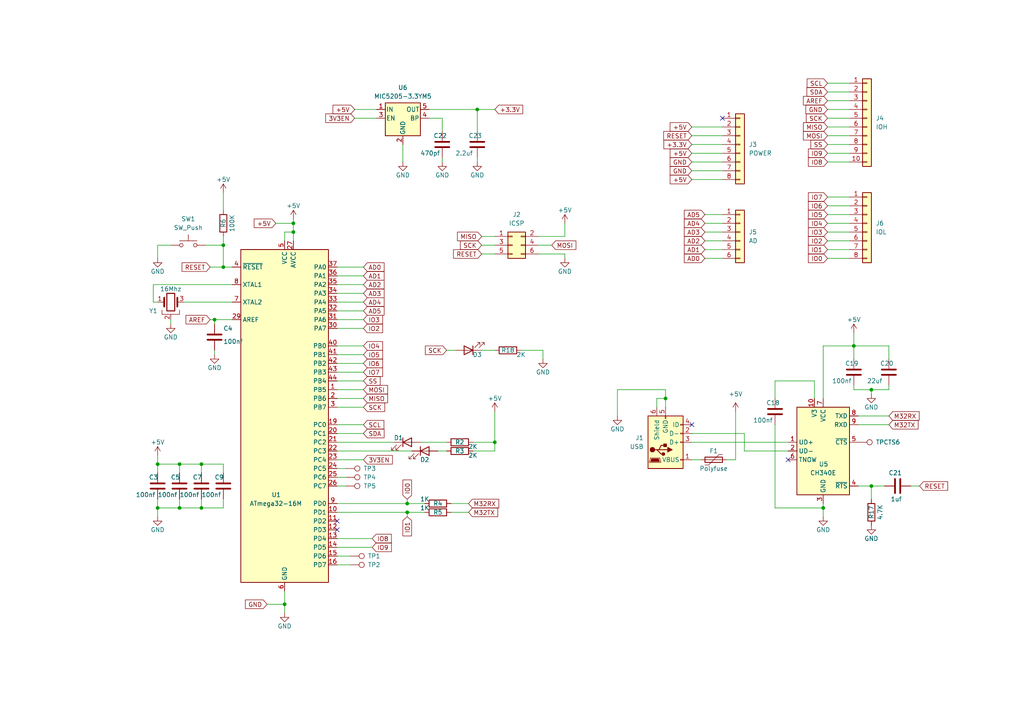
<source format=kicad_sch>
(kicad_sch (version 20230121) (generator eeschema)
  (paper "A4")
  (lib_symbols
    (symbol "+5V_1" (power) (pin_names (offset 0))
      (property "Value" "+5V_1" (at 0 3.556 0))
      (symbol "+5V_1_0_1"
        (polyline (pts (xy -0.762 1.27) (xy 0 2.54)))
        (polyline (pts (xy 0 0) (xy 0 2.54)))
        (polyline (pts (xy 0 2.54) (xy 0.762 1.27)))
      )
      (symbol "+5V_1_1_1"
        (pin power_in line (at 0 0 90) (length 0) hide (name "+5V") (number "1"))
      )
    )
    (symbol "Connector:TestPoint" (pin_numbers hide) (pin_names (offset 0.762) hide)
      (property "Reference" "TP" (at 0 6.858 0))
      (property "Value" "TestPoint" (at 0 5.08 0))
      (symbol "TestPoint_0_1"
        (circle (center 0 3.302) (radius 0.762))
      )
      (symbol "TestPoint_1_1"
        (pin passive line (at 0 0 90) (length 2.54) (name "1") (number "1"))
      )
    )
    (symbol "Connector:USB_B_Micro" (pin_names (offset 1.016))
      (property "Reference" "J" (at -5.08 11.43 0))
      (property "Value" "USB_B_Micro" (at -5.08 8.89 0))
      (symbol "USB_B_Micro_0_1"
        (rectangle (start -5.08 -7.62) (end 5.08 7.62) (stroke (width 0.254)) (fill (type background)))
        (circle (center -3.81 2.159) (radius 0.635) (stroke (width 0.254)) (fill (type outline)))
        (circle (center -0.635 3.429) (radius 0.381) (stroke (width 0.254)) (fill (type outline)))
        (rectangle (start -0.127 -7.62) (end 0.127 -6.858))
        (polyline (pts (xy -1.905 2.159) (xy 0.635 2.159)) (stroke (width 0.254)))
        (polyline (pts (xy -3.175 2.159) (xy -2.54 2.159) (xy -1.27 3.429) (xy -0.635 3.429)) (stroke (width 0.254)))
        (polyline (pts (xy -2.54 2.159) (xy -1.905 2.159) (xy -1.27 0.889) (xy 0 0.889)) (stroke (width 0.254)))
        (polyline (pts (xy 0.635 2.794) (xy 0.635 1.524) (xy 1.905 2.159) (xy 0.635 2.794)) (stroke (width 0.254)) (fill (type outline)))
        (polyline (pts (xy -4.318 5.588) (xy -1.778 5.588) (xy -2.032 4.826) (xy -4.064 4.826) (xy -4.318 5.588)) (fill (type outline)))
        (polyline (pts (xy -4.699 5.842) (xy -4.699 5.588) (xy -4.445 4.826) (xy -4.445 4.572) (xy -1.651 4.572) (xy -1.651 4.826) (xy -1.397 5.588) (xy -1.397 5.842) (xy -4.699 5.842)))
        (rectangle (start 0.254 1.27) (end -0.508 0.508) (stroke (width 0.254)) (fill (type outline)))
        (rectangle (start 5.08 -5.207) (end 4.318 -4.953))
        (rectangle (start 5.08 -2.667) (end 4.318 -2.413))
        (rectangle (start 5.08 -0.127) (end 4.318 0.127))
        (rectangle (start 5.08 4.953) (end 4.318 5.207))
      )
      (symbol "USB_B_Micro_1_1"
        (pin power_out line (at 7.62 5.08 180) (length 2.54) (name "VBUS") (number "1"))
        (pin bidirectional line (at 7.62 -2.54 180) (length 2.54) (name "D-") (number "2"))
        (pin bidirectional line (at 7.62 0 180) (length 2.54) (name "D+") (number "3"))
        (pin passive line (at 7.62 -5.08 180) (length 2.54) (name "ID") (number "4"))
        (pin power_out line (at 0 -10.16 90) (length 2.54) (name "GND") (number "5"))
        (pin passive line (at -2.54 -10.16 90) (length 2.54) (name "Shield") (number "6"))
      )
    )
    (symbol "Connector_Generic:Conn_01x06" (pin_names (offset 1.016) hide)
      (property "Reference" "J" (at 0 7.62 0))
      (property "Value" "Conn_01x06" (at 0 -10.16 0))
      (symbol "Conn_01x06_1_1"
        (rectangle (start -1.27 -7.493) (end 0 -7.747) (stroke (width 0.1524)))
        (rectangle (start -1.27 -4.953) (end 0 -5.207) (stroke (width 0.1524)))
        (rectangle (start -1.27 -2.413) (end 0 -2.667) (stroke (width 0.1524)))
        (rectangle (start -1.27 0.127) (end 0 -0.127) (stroke (width 0.1524)))
        (rectangle (start -1.27 2.667) (end 0 2.413) (stroke (width 0.1524)))
        (rectangle (start -1.27 5.207) (end 0 4.953) (stroke (width 0.1524)))
        (rectangle (start -1.27 6.35) (end 1.27 -8.89) (stroke (width 0.254)) (fill (type background)))
        (pin passive line (at -5.08 5.08 0) (length 3.81) (name "Pin_1") (number "1"))
        (pin passive line (at -5.08 2.54 0) (length 3.81) (name "Pin_2") (number "2"))
        (pin passive line (at -5.08 0 0) (length 3.81) (name "Pin_3") (number "3"))
        (pin passive line (at -5.08 -2.54 0) (length 3.81) (name "Pin_4") (number "4"))
        (pin passive line (at -5.08 -5.08 0) (length 3.81) (name "Pin_5") (number "5"))
        (pin passive line (at -5.08 -7.62 0) (length 3.81) (name "Pin_6") (number "6"))
      )
    )
    (symbol "Connector_Generic:Conn_01x08" (pin_names (offset 1.016) hide)
      (property "Reference" "J" (at 0 10.16 0))
      (property "Value" "Conn_01x08" (at 0 -12.7 0))
      (symbol "Conn_01x08_1_1"
        (rectangle (start -1.27 -10.033) (end 0 -10.287) (stroke (width 0.1524)))
        (rectangle (start -1.27 -7.493) (end 0 -7.747) (stroke (width 0.1524)))
        (rectangle (start -1.27 -4.953) (end 0 -5.207) (stroke (width 0.1524)))
        (rectangle (start -1.27 -2.413) (end 0 -2.667) (stroke (width 0.1524)))
        (rectangle (start -1.27 0.127) (end 0 -0.127) (stroke (width 0.1524)))
        (rectangle (start -1.27 2.667) (end 0 2.413) (stroke (width 0.1524)))
        (rectangle (start -1.27 5.207) (end 0 4.953) (stroke (width 0.1524)))
        (rectangle (start -1.27 7.747) (end 0 7.493) (stroke (width 0.1524)))
        (rectangle (start -1.27 8.89) (end 1.27 -11.43) (stroke (width 0.254)) (fill (type background)))
        (pin passive line (at -5.08 7.62 0) (length 3.81) (name "Pin_1") (number "1"))
        (pin passive line (at -5.08 5.08 0) (length 3.81) (name "Pin_2") (number "2"))
        (pin passive line (at -5.08 2.54 0) (length 3.81) (name "Pin_3") (number "3"))
        (pin passive line (at -5.08 0 0) (length 3.81) (name "Pin_4") (number "4"))
        (pin passive line (at -5.08 -2.54 0) (length 3.81) (name "Pin_5") (number "5"))
        (pin passive line (at -5.08 -5.08 0) (length 3.81) (name "Pin_6") (number "6"))
        (pin passive line (at -5.08 -7.62 0) (length 3.81) (name "Pin_7") (number "7"))
        (pin passive line (at -5.08 -10.16 0) (length 3.81) (name "Pin_8") (number "8"))
      )
    )
    (symbol "Connector_Generic:Conn_01x10" (pin_names (offset 1.016) hide)
      (property "Reference" "J" (at 0 12.7 0))
      (property "Value" "Conn_01x10" (at 0 -15.24 0))
      (symbol "Conn_01x10_1_1"
        (rectangle (start -1.27 -12.573) (end 0 -12.827) (stroke (width 0.1524)))
        (rectangle (start -1.27 -10.033) (end 0 -10.287) (stroke (width 0.1524)))
        (rectangle (start -1.27 -7.493) (end 0 -7.747) (stroke (width 0.1524)))
        (rectangle (start -1.27 -4.953) (end 0 -5.207) (stroke (width 0.1524)))
        (rectangle (start -1.27 -2.413) (end 0 -2.667) (stroke (width 0.1524)))
        (rectangle (start -1.27 0.127) (end 0 -0.127) (stroke (width 0.1524)))
        (rectangle (start -1.27 2.667) (end 0 2.413) (stroke (width 0.1524)))
        (rectangle (start -1.27 5.207) (end 0 4.953) (stroke (width 0.1524)))
        (rectangle (start -1.27 7.747) (end 0 7.493) (stroke (width 0.1524)))
        (rectangle (start -1.27 10.287) (end 0 10.033) (stroke (width 0.1524)))
        (rectangle (start -1.27 11.43) (end 1.27 -13.97) (stroke (width 0.254)) (fill (type background)))
        (pin passive line (at -5.08 10.16 0) (length 3.81) (name "Pin_1") (number "1"))
        (pin passive line (at -5.08 -12.7 0) (length 3.81) (name "Pin_10") (number "10"))
        (pin passive line (at -5.08 7.62 0) (length 3.81) (name "Pin_2") (number "2"))
        (pin passive line (at -5.08 5.08 0) (length 3.81) (name "Pin_3") (number "3"))
        (pin passive line (at -5.08 2.54 0) (length 3.81) (name "Pin_4") (number "4"))
        (pin passive line (at -5.08 0 0) (length 3.81) (name "Pin_5") (number "5"))
        (pin passive line (at -5.08 -2.54 0) (length 3.81) (name "Pin_6") (number "6"))
        (pin passive line (at -5.08 -5.08 0) (length 3.81) (name "Pin_7") (number "7"))
        (pin passive line (at -5.08 -7.62 0) (length 3.81) (name "Pin_8") (number "8"))
        (pin passive line (at -5.08 -10.16 0) (length 3.81) (name "Pin_9") (number "9"))
      )
    )
    (symbol "Connector_Generic:Conn_02x03_Odd_Even" (pin_names (offset 1.016) hide)
      (property "Reference" "J" (at 1.27 5.08 0))
      (property "Value" "Conn_02x03_Odd_Even" (at 1.27 -5.08 0))
      (symbol "Conn_02x03_Odd_Even_1_1"
        (rectangle (start -1.27 -2.413) (end 0 -2.667) (stroke (width 0.1524)))
        (rectangle (start -1.27 0.127) (end 0 -0.127) (stroke (width 0.1524)))
        (rectangle (start -1.27 2.667) (end 0 2.413) (stroke (width 0.1524)))
        (rectangle (start -1.27 3.81) (end 3.81 -3.81) (stroke (width 0.254)) (fill (type background)))
        (rectangle (start 3.81 -2.413) (end 2.54 -2.667) (stroke (width 0.1524)))
        (rectangle (start 3.81 0.127) (end 2.54 -0.127) (stroke (width 0.1524)))
        (rectangle (start 3.81 2.667) (end 2.54 2.413) (stroke (width 0.1524)))
        (pin passive line (at -5.08 2.54 0) (length 3.81) (name "Pin_1") (number "1"))
        (pin passive line (at 7.62 2.54 180) (length 3.81) (name "Pin_2") (number "2"))
        (pin passive line (at -5.08 0 0) (length 3.81) (name "Pin_3") (number "3"))
        (pin passive line (at 7.62 0 180) (length 3.81) (name "Pin_4") (number "4"))
        (pin passive line (at -5.08 -2.54 0) (length 3.81) (name "Pin_5") (number "5"))
        (pin passive line (at 7.62 -2.54 180) (length 3.81) (name "Pin_6") (number "6"))
      )
    )
    (symbol "Device:C" (pin_numbers hide) (pin_names (offset 0.254))
      (property "Reference" "C" (at 0.635 2.54 0))
      (property "Value" "C" (at 0.635 -2.54 0))
      (symbol "C_0_1"
        (polyline (pts (xy -2.032 -0.762) (xy 2.032 -0.762)) (stroke (width 0.508)))
        (polyline (pts (xy -2.032 0.762) (xy 2.032 0.762)) (stroke (width 0.508)))
      )
      (symbol "C_1_1"
        (pin passive line (at 0 3.81 270) (length 2.794) (name "~") (number "1"))
        (pin passive line (at 0 -3.81 90) (length 2.794) (name "~") (number "2"))
      )
    )
    (symbol "Device:Crystal_GND2" (pin_names (offset 1.016) hide)
      (property "Reference" "Y" (at 0 5.715 0))
      (property "Value" "Crystal_GND2" (at 0 3.81 0))
      (symbol "Crystal_GND2_0_1"
        (rectangle (start -1.143 2.54) (end 1.143 -2.54) (stroke (width 0.3048)))
        (polyline (pts (xy -2.54 0) (xy -1.905 0)))
        (polyline (pts (xy -1.905 -1.27) (xy -1.905 1.27)) (stroke (width 0.508)))
        (polyline (pts (xy 0 -3.81) (xy 0 -3.556)))
        (polyline (pts (xy 1.905 0) (xy 2.54 0)))
        (polyline (pts (xy 1.905 1.27) (xy 1.905 -1.27)) (stroke (width 0.508)))
        (polyline (pts (xy -2.54 -2.286) (xy -2.54 -3.556) (xy 2.54 -3.556) (xy 2.54 -2.286)))
      )
      (symbol "Crystal_GND2_1_1"
        (pin passive line (at -3.81 0 0) (length 1.27) (name "1") (number "1"))
        (pin passive line (at 0 -5.08 90) (length 1.27) (name "2") (number "2"))
        (pin passive line (at 3.81 0 180) (length 1.27) (name "3") (number "3"))
      )
    )
    (symbol "Device:LED" (pin_numbers hide) (pin_names (offset 1.016) hide)
      (property "Reference" "D" (at 0 2.54 0))
      (property "Value" "LED" (at 0 -2.54 0))
      (symbol "LED_0_1"
        (polyline (pts (xy -1.27 -1.27) (xy -1.27 1.27)) (stroke (width 0.254)))
        (polyline (pts (xy -1.27 0) (xy 1.27 0)))
        (polyline (pts (xy 1.27 -1.27) (xy 1.27 1.27) (xy -1.27 0) (xy 1.27 -1.27)) (stroke (width 0.254)))
        (polyline (pts (xy -3.048 -0.762) (xy -4.572 -2.286) (xy -3.81 -2.286) (xy -4.572 -2.286) (xy -4.572 -1.524)))
        (polyline (pts (xy -1.778 -0.762) (xy -3.302 -2.286) (xy -2.54 -2.286) (xy -3.302 -2.286) (xy -3.302 -1.524)))
      )
      (symbol "LED_1_1"
        (pin passive line (at -3.81 0 0) (length 2.54) (name "K") (number "1"))
        (pin passive line (at 3.81 0 180) (length 2.54) (name "A") (number "2"))
      )
    )
    (symbol "Device:Polyfuse" (pin_numbers hide) (pin_names (offset 0))
      (property "Reference" "F" (at -2.54 0 90))
      (property "Value" "Polyfuse" (at 2.54 0 90))
      (symbol "Polyfuse_0_1"
        (rectangle (start -0.762 2.54) (end 0.762 -2.54) (stroke (width 0.254)))
        (polyline (pts (xy 0 2.54) (xy 0 -2.54)))
        (polyline (pts (xy -1.524 2.54) (xy -1.524 1.524) (xy 1.524 -1.524) (xy 1.524 -2.54)))
      )
      (symbol "Polyfuse_1_1"
        (pin passive line (at 0 3.81 270) (length 1.27) (name "~") (number "1"))
        (pin passive line (at 0 -3.81 90) (length 1.27) (name "~") (number "2"))
      )
    )
    (symbol "Device:R" (pin_numbers hide) (pin_names (offset 0))
      (property "Reference" "R" (at 2.032 0 90))
      (property "Value" "R" (at 0 0 90))
      (symbol "R_0_1"
        (rectangle (start -1.016 -2.54) (end 1.016 2.54) (stroke (width 0.254)))
      )
      (symbol "R_1_1"
        (pin passive line (at 0 3.81 270) (length 1.27) (name "~") (number "1"))
        (pin passive line (at 0 -3.81 90) (length 1.27) (name "~") (number "2"))
      )
    )
    (symbol "Interface_USB:CH340E"
      (property "Reference" "U" (at -5.08 13.97 0))
      (property "Value" "CH340E" (at 1.27 13.97 0))
      (symbol "CH340E_0_1"
        (rectangle (start -7.62 12.7) (end 7.62 -12.7) (stroke (width 0.254)) (fill (type background)))
      )
      (symbol "CH340E_1_1"
        (pin bidirectional line (at -10.16 2.54 0) (length 2.54) (name "UD+") (number "1"))
        (pin passive line (at -2.54 15.24 270) (length 2.54) (name "V3") (number "10"))
        (pin bidirectional line (at -10.16 0 0) (length 2.54) (name "UD-") (number "2"))
        (pin power_in line (at 0 -15.24 90) (length 2.54) (name "GND") (number "3"))
        (pin output line (at 10.16 -10.16 180) (length 2.54) (name "~{RTS}") (number "4"))
        (pin input line (at 10.16 2.54 180) (length 2.54) (name "~{CTS}") (number "5"))
        (pin output line (at -10.16 -2.54 0) (length 2.54) (name "TNOW") (number "6"))
        (pin power_in line (at 0 15.24 270) (length 2.54) (name "VCC") (number "7"))
        (pin output line (at 10.16 10.16 180) (length 2.54) (name "TXD") (number "8"))
        (pin input line (at 10.16 7.62 180) (length 2.54) (name "RXD") (number "9"))
      )
    )
    (symbol "MCU_Microchip_ATmega:ATmega32-16M"
      (property "Reference" "U1" (at -3.81 -22.86 0))
      (property "Value" "ATmega32-16M" (at -10.16 -25.4 0))
      (symbol "ATmega32-16M_0_1"
        (rectangle (start -12.7 48.26) (end 12.7 -48.26) (stroke (width 0.254)) (fill (type background)))
      )
      (symbol "ATmega32-16M_1_1"
        (pin bidirectional line (at 15.24 7.62 180) (length 2.54) (name "PB5") (number "1"))
        (pin bidirectional line (at 15.24 -27.94 180) (length 2.54) (name "PD1") (number "10"))
        (pin bidirectional line (at 15.24 -30.48 180) (length 2.54) (name "PD2") (number "11"))
        (pin bidirectional line (at 15.24 -33.02 180) (length 2.54) (name "PD3") (number "12"))
        (pin bidirectional line (at 15.24 -35.56 180) (length 2.54) (name "PD4") (number "13"))
        (pin bidirectional line (at 15.24 -38.1 180) (length 2.54) (name "PD5") (number "14"))
        (pin bidirectional line (at 15.24 -40.64 180) (length 2.54) (name "PD6") (number "15"))
        (pin bidirectional line (at 15.24 -43.18 180) (length 2.54) (name "PD7") (number "16"))
        (pin passive line (at 0 50.8 270) (length 2.54) hide (name "VCC") (number "17"))
        (pin passive line (at 0 -50.8 90) (length 2.54) hide (name "GND") (number "18"))
        (pin bidirectional line (at 15.24 -2.54 180) (length 2.54) (name "PC0") (number "19"))
        (pin bidirectional line (at 15.24 5.08 180) (length 2.54) (name "PB6") (number "2"))
        (pin bidirectional line (at 15.24 -5.08 180) (length 2.54) (name "PC1") (number "20"))
        (pin bidirectional line (at 15.24 -7.62 180) (length 2.54) (name "PC2") (number "21"))
        (pin bidirectional line (at 15.24 -10.16 180) (length 2.54) (name "PC3") (number "22"))
        (pin bidirectional line (at 15.24 -12.7 180) (length 2.54) (name "PC4") (number "23"))
        (pin bidirectional line (at 15.24 -15.24 180) (length 2.54) (name "PC5") (number "24"))
        (pin bidirectional line (at 15.24 -17.78 180) (length 2.54) (name "PC6") (number "25"))
        (pin bidirectional line (at 15.24 -20.32 180) (length 2.54) (name "PC7") (number "26"))
        (pin power_in line (at 2.54 50.8 270) (length 2.54) (name "AVCC") (number "27"))
        (pin passive line (at 0 -50.8 90) (length 2.54) hide (name "GND") (number "28"))
        (pin passive line (at -15.24 27.94 0) (length 2.54) (name "AREF") (number "29"))
        (pin bidirectional line (at 15.24 2.54 180) (length 2.54) (name "PB7") (number "3"))
        (pin bidirectional line (at 15.24 25.4 180) (length 2.54) (name "PA7") (number "30"))
        (pin bidirectional line (at 15.24 27.94 180) (length 2.54) (name "PA6") (number "31"))
        (pin bidirectional line (at 15.24 30.48 180) (length 2.54) (name "PA5") (number "32"))
        (pin bidirectional line (at 15.24 33.02 180) (length 2.54) (name "PA4") (number "33"))
        (pin bidirectional line (at 15.24 35.56 180) (length 2.54) (name "PA3") (number "34"))
        (pin bidirectional line (at 15.24 38.1 180) (length 2.54) (name "PA2") (number "35"))
        (pin bidirectional line (at 15.24 40.64 180) (length 2.54) (name "PA1") (number "36"))
        (pin bidirectional line (at 15.24 43.18 180) (length 2.54) (name "PA0") (number "37"))
        (pin passive line (at 0 50.8 270) (length 2.54) hide (name "VCC") (number "38"))
        (pin passive line (at 0 -50.8 90) (length 2.54) hide (name "GND") (number "39"))
        (pin input line (at -15.24 43.18 0) (length 2.54) (name "~{RESET}") (number "4"))
        (pin bidirectional line (at 15.24 20.32 180) (length 2.54) (name "PB0") (number "40"))
        (pin bidirectional line (at 15.24 17.78 180) (length 2.54) (name "PB1") (number "41"))
        (pin bidirectional line (at 15.24 15.24 180) (length 2.54) (name "PB2") (number "42"))
        (pin bidirectional line (at 15.24 12.7 180) (length 2.54) (name "PB3") (number "43"))
        (pin bidirectional line (at 15.24 10.16 180) (length 2.54) (name "PB4") (number "44"))
        (pin power_in line (at 0 50.8 270) (length 2.54) (name "VCC") (number "5"))
        (pin power_in line (at 0 -50.8 90) (length 2.54) (name "GND") (number "6"))
        (pin output line (at -15.24 33.02 0) (length 2.54) (name "XTAL2") (number "7"))
        (pin input line (at -15.24 38.1 0) (length 2.54) (name "XTAL1") (number "8"))
        (pin bidirectional line (at 15.24 -25.4 180) (length 2.54) (name "PD0") (number "9"))
      )
    )
    (symbol "Regulator_Linear:MIC5205-3.3YM5" (pin_names (offset 0.254))
      (property "Reference" "U" (at -3.81 5.715 0))
      (property "Value" "MIC5205-3.3YM5" (at 0 5.715 0))
      (symbol "MIC5205-3.3YM5_0_1"
        (rectangle (start -5.08 4.445) (end 5.08 -5.08) (stroke (width 0.254)) (fill (type background)))
      )
      (symbol "MIC5205-3.3YM5_1_1"
        (pin power_in line (at -7.62 2.54 0) (length 2.54) (name "IN") (number "1"))
        (pin power_in line (at 0 -7.62 90) (length 2.54) (name "GND") (number "2"))
        (pin input line (at -7.62 0 0) (length 2.54) (name "EN") (number "3"))
        (pin input line (at 7.62 0 180) (length 2.54) (name "BP") (number "4"))
        (pin power_out line (at 7.62 2.54 180) (length 2.54) (name "OUT") (number "5"))
      )
    )
    (symbol "Switch:SW_Push" (pin_numbers hide) (pin_names (offset 1.016) hide)
      (property "Reference" "SW" (at 1.27 2.54 0))
      (property "Value" "SW_Push" (at 0 -1.524 0))
      (symbol "SW_Push_0_1"
        (circle (center -2.032 0) (radius 0.508))
        (polyline (pts (xy 0 1.27) (xy 0 3.048)))
        (polyline (pts (xy 2.54 1.27) (xy -2.54 1.27)))
        (circle (center 2.032 0) (radius 0.508))
        (pin passive line (at -5.08 0 0) (length 2.54) (name "1") (number "1"))
        (pin passive line (at 5.08 0 180) (length 2.54) (name "2") (number "2"))
      )
    )
    (symbol "power:+5V" (power) (pin_names (offset 0))
      (property "Value" "+5V" (at 0 3.556 0))
      (symbol "+5V_0_1"
        (polyline (pts (xy -0.762 1.27) (xy 0 2.54)))
        (polyline (pts (xy 0 0) (xy 0 2.54)))
        (polyline (pts (xy 0 2.54) (xy 0.762 1.27)))
      )
      (symbol "+5V_1_1"
        (pin power_in line (at 0 0 90) (length 0) hide (name "+5V") (number "1"))
      )
    )
    (symbol "power:GND" (power) (pin_names (offset 0))
      (property "Value" "GND" (at 0 -3.81 0))
      (symbol "GND_0_1"
        (polyline (pts (xy 0 0) (xy 0 -1.27) (xy 1.27 -1.27) (xy 0 -2.54) (xy -1.27 -1.27) (xy 0 -1.27)))
      )
      (symbol "GND_1_1"
        (pin power_in line (at 0 0 270) (length 0) hide (name "GND") (number "1"))
      )
    )
  )
  (junction (at 62.23 92.71))
  (junction (at 143.51 128.27))
  (junction (at 85.09 67.31))
  (junction (at 45.72 134.62))
  (junction (at 247.65 100.33))
  (junction (at 193.04 115.57))
  (junction (at 64.77 71.12))
  (junction (at 238.76 147.32))
  (junction (at 82.55 175.26))
  (junction (at 118.11 146.05))
  (junction (at 58.42 134.62))
  (junction (at 252.73 140.97))
  (junction (at 252.73 113.03))
  (junction (at 45.72 147.32))
  (junction (at 138.43 31.75))
  (junction (at 64.77 77.47))
  (junction (at 52.07 147.32))
  (junction (at 118.11 148.59))
  (junction (at 85.09 64.77))
  (junction (at 52.07 134.62))
  (junction (at 58.42 147.32))
  (no_connect (at 209.55 34.29))
  (no_connect (at 228.6 133.35))
  (no_connect (at 97.79 151.13))
  (no_connect (at 97.79 153.67))
  (no_connect (at 200.66 123.19))
  (wire (pts (xy 143.51 31.75) (xy 138.43 31.75)))
  (wire (pts (xy 266.7 140.97) (xy 264.16 140.97)))
  (wire (pts (xy 247.65 100.33) (xy 257.81 100.33)))
  (wire (pts (xy 97.79 113.03) (xy 105.41 113.03)))
  (wire (pts (xy 45.72 147.32) (xy 52.07 147.32)))
  (wire (pts (xy 240.03 46.99) (xy 246.38 46.99)))
  (wire (pts (xy 200.66 133.35) (xy 203.2 133.35)))
  (wire (pts (xy 252.73 140.97) (xy 256.54 140.97)))
  (wire (pts (xy 62.23 101.6) (xy 62.23 102.87)))
  (wire (pts (xy 139.7 73.66) (xy 143.51 73.66)))
  (wire (pts (xy 224.79 147.32) (xy 238.76 147.32)))
  (wire (pts (xy 130.81 146.05) (xy 135.89 146.05)))
  (wire (pts (xy 240.03 57.15) (xy 246.38 57.15)))
  (wire (pts (xy 163.83 68.58) (xy 156.21 68.58)))
  (wire (pts (xy 190.5 115.57) (xy 193.04 115.57)))
  (wire (pts (xy 204.47 64.77) (xy 209.55 64.77)))
  (wire (pts (xy 97.79 146.05) (xy 118.11 146.05)))
  (wire (pts (xy 45.72 132.08) (xy 45.72 134.62)))
  (wire (pts (xy 77.47 175.26) (xy 82.55 175.26)))
  (wire (pts (xy 105.41 80.01) (xy 97.79 80.01)))
  (wire (pts (xy 64.77 77.47) (xy 67.31 77.47)))
  (wire (pts (xy 129.54 101.6) (xy 132.08 101.6)))
  (wire (pts (xy 97.79 128.27) (xy 114.3 128.27)))
  (wire (pts (xy 82.55 175.26) (xy 82.55 177.8)))
  (wire (pts (xy 82.55 171.45) (xy 82.55 175.26)))
  (wire (pts (xy 105.41 85.09) (xy 97.79 85.09)))
  (wire (pts (xy 52.07 134.62) (xy 52.07 137.16)))
  (wire (pts (xy 240.03 74.93) (xy 246.38 74.93)))
  (wire (pts (xy 240.03 34.29) (xy 246.38 34.29)))
  (wire (pts (xy 240.03 72.39) (xy 246.38 72.39)))
  (wire (pts (xy 139.7 68.58) (xy 143.51 68.58)))
  (wire (pts (xy 52.07 134.62) (xy 58.42 134.62)))
  (wire (pts (xy 138.43 45.72) (xy 138.43 46.99)))
  (wire (pts (xy 118.11 148.59) (xy 118.11 149.86)))
  (wire (pts (xy 64.77 134.62) (xy 64.77 137.16)))
  (wire (pts (xy 224.79 123.19) (xy 224.79 147.32)))
  (wire (pts (xy 143.51 119.38) (xy 143.51 128.27)))
  (wire (pts (xy 102.87 31.75) (xy 109.22 31.75)))
  (wire (pts (xy 238.76 115.57) (xy 238.76 100.33)))
  (wire (pts (xy 179.07 120.65) (xy 179.07 113.03)))
  (wire (pts (xy 53.34 87.63) (xy 67.31 87.63)))
  (wire (pts (xy 247.65 111.76) (xy 247.65 113.03)))
  (wire (pts (xy 105.41 90.17) (xy 97.79 90.17)))
  (wire (pts (xy 58.42 134.62) (xy 58.42 137.16)))
  (wire (pts (xy 240.03 31.75) (xy 246.38 31.75)))
  (wire (pts (xy 67.31 82.55) (xy 44.45 82.55)))
  (wire (pts (xy 247.65 113.03) (xy 252.73 113.03)))
  (wire (pts (xy 45.72 147.32) (xy 45.72 149.86)))
  (wire (pts (xy 156.21 73.66) (xy 163.83 73.66)))
  (wire (pts (xy 85.09 69.85) (xy 85.09 67.31)))
  (wire (pts (xy 240.03 64.77) (xy 246.38 64.77)))
  (wire (pts (xy 105.41 87.63) (xy 97.79 87.63)))
  (wire (pts (xy 252.73 140.97) (xy 252.73 144.78)))
  (wire (pts (xy 238.76 147.32) (xy 238.76 149.86)))
  (wire (pts (xy 82.55 67.31) (xy 82.55 69.85)))
  (wire (pts (xy 257.81 111.76) (xy 257.81 113.03)))
  (wire (pts (xy 45.72 134.62) (xy 45.72 137.16)))
  (wire (pts (xy 105.41 82.55) (xy 97.79 82.55)))
  (wire (pts (xy 58.42 144.78) (xy 58.42 147.32)))
  (wire (pts (xy 118.11 146.05) (xy 123.19 146.05)))
  (wire (pts (xy 215.9 130.81) (xy 228.6 130.81)))
  (wire (pts (xy 118.11 144.78) (xy 118.11 146.05)))
  (wire (pts (xy 143.51 128.27) (xy 143.51 130.81)))
  (wire (pts (xy 240.03 24.13) (xy 246.38 24.13)))
  (wire (pts (xy 224.79 110.49) (xy 224.79 115.57)))
  (wire (pts (xy 200.66 49.53) (xy 209.55 49.53)))
  (wire (pts (xy 215.9 125.73) (xy 215.9 130.81)))
  (wire (pts (xy 105.41 133.35) (xy 97.79 133.35)))
  (wire (pts (xy 156.21 71.12) (xy 160.02 71.12)))
  (wire (pts (xy 139.7 101.6) (xy 143.51 101.6)))
  (wire (pts (xy 193.04 115.57) (xy 193.04 118.11)))
  (wire (pts (xy 64.77 71.12) (xy 64.77 77.47)))
  (wire (pts (xy 257.81 100.33) (xy 257.81 104.14)))
  (wire (pts (xy 204.47 67.31) (xy 209.55 67.31)))
  (wire (pts (xy 124.46 34.29) (xy 128.27 34.29)))
  (wire (pts (xy 240.03 62.23) (xy 246.38 62.23)))
  (wire (pts (xy 139.7 71.12) (xy 143.51 71.12)))
  (wire (pts (xy 236.22 115.57) (xy 236.22 110.49)))
  (wire (pts (xy 60.96 92.71) (xy 62.23 92.71)))
  (wire (pts (xy 247.65 100.33) (xy 247.65 104.14)))
  (wire (pts (xy 97.79 156.21) (xy 107.95 156.21)))
  (wire (pts (xy 200.66 41.91) (xy 209.55 41.91)))
  (wire (pts (xy 45.72 134.62) (xy 52.07 134.62)))
  (wire (pts (xy 58.42 134.62) (xy 64.77 134.62)))
  (wire (pts (xy 213.36 133.35) (xy 213.36 119.38)))
  (wire (pts (xy 97.79 115.57) (xy 105.41 115.57)))
  (wire (pts (xy 97.79 105.41) (xy 105.41 105.41)))
  (wire (pts (xy 200.66 52.07) (xy 209.55 52.07)))
  (wire (pts (xy 118.11 148.59) (xy 123.19 148.59)))
  (wire (pts (xy 121.92 128.27) (xy 129.54 128.27)))
  (wire (pts (xy 62.23 93.98) (xy 62.23 92.71)))
  (wire (pts (xy 240.03 41.91) (xy 246.38 41.91)))
  (wire (pts (xy 128.27 45.72) (xy 128.27 46.99)))
  (wire (pts (xy 240.03 29.21) (xy 246.38 29.21)))
  (wire (pts (xy 248.92 120.65) (xy 257.81 120.65)))
  (wire (pts (xy 52.07 147.32) (xy 58.42 147.32)))
  (wire (pts (xy 138.43 31.75) (xy 124.46 31.75)))
  (wire (pts (xy 97.79 95.25) (xy 105.41 95.25)))
  (wire (pts (xy 200.66 44.45) (xy 209.55 44.45)))
  (wire (pts (xy 240.03 67.31) (xy 246.38 67.31)))
  (wire (pts (xy 128.27 38.1) (xy 128.27 34.29)))
  (wire (pts (xy 58.42 147.32) (xy 64.77 147.32)))
  (wire (pts (xy 200.66 128.27) (xy 228.6 128.27)))
  (wire (pts (xy 97.79 158.75) (xy 107.95 158.75)))
  (wire (pts (xy 210.82 133.35) (xy 213.36 133.35)))
  (wire (pts (xy 130.81 148.59) (xy 135.89 148.59)))
  (wire (pts (xy 97.79 110.49) (xy 105.41 110.49)))
  (wire (pts (xy 64.77 55.88) (xy 64.77 60.96)))
  (wire (pts (xy 45.72 71.12) (xy 49.53 71.12)))
  (wire (pts (xy 97.79 130.81) (xy 119.38 130.81)))
  (wire (pts (xy 179.07 113.03) (xy 193.04 113.03)))
  (wire (pts (xy 97.79 138.43) (xy 100.33 138.43)))
  (wire (pts (xy 97.79 107.95) (xy 105.41 107.95)))
  (wire (pts (xy 97.79 125.73) (xy 105.41 125.73)))
  (wire (pts (xy 151.13 101.6) (xy 157.48 101.6)))
  (wire (pts (xy 97.79 135.89) (xy 100.33 135.89)))
  (wire (pts (xy 64.77 144.78) (xy 64.77 147.32)))
  (wire (pts (xy 97.79 161.29) (xy 101.6 161.29)))
  (wire (pts (xy 240.03 59.69) (xy 246.38 59.69)))
  (wire (pts (xy 252.73 113.03) (xy 257.81 113.03)))
  (wire (pts (xy 240.03 36.83) (xy 246.38 36.83)))
  (wire (pts (xy 60.96 77.47) (xy 64.77 77.47)))
  (wire (pts (xy 138.43 31.75) (xy 138.43 38.1)))
  (wire (pts (xy 238.76 146.05) (xy 238.76 147.32)))
  (wire (pts (xy 252.73 113.03) (xy 252.73 114.3)))
  (wire (pts (xy 238.76 100.33) (xy 247.65 100.33)))
  (wire (pts (xy 236.22 110.49) (xy 224.79 110.49)))
  (wire (pts (xy 248.92 123.19) (xy 257.81 123.19)))
  (wire (pts (xy 49.53 92.71) (xy 49.53 93.98)))
  (wire (pts (xy 204.47 62.23) (xy 209.55 62.23)))
  (wire (pts (xy 80.01 64.77) (xy 85.09 64.77)))
  (wire (pts (xy 137.16 128.27) (xy 143.51 128.27)))
  (wire (pts (xy 163.83 73.66) (xy 163.83 74.93)))
  (wire (pts (xy 97.79 163.83) (xy 101.6 163.83)))
  (wire (pts (xy 44.45 87.63) (xy 45.72 87.63)))
  (wire (pts (xy 204.47 69.85) (xy 209.55 69.85)))
  (wire (pts (xy 97.79 148.59) (xy 118.11 148.59)))
  (wire (pts (xy 200.66 46.99) (xy 209.55 46.99)))
  (wire (pts (xy 59.69 71.12) (xy 64.77 71.12)))
  (wire (pts (xy 240.03 44.45) (xy 246.38 44.45)))
  (wire (pts (xy 163.83 64.77) (xy 163.83 68.58)))
  (wire (pts (xy 62.23 92.71) (xy 67.31 92.71)))
  (wire (pts (xy 248.92 140.97) (xy 252.73 140.97)))
  (wire (pts (xy 105.41 77.47) (xy 97.79 77.47)))
  (wire (pts (xy 240.03 39.37) (xy 246.38 39.37)))
  (wire (pts (xy 52.07 144.78) (xy 52.07 147.32)))
  (wire (pts (xy 85.09 63.5) (xy 85.09 64.77)))
  (wire (pts (xy 44.45 82.55) (xy 44.45 87.63)))
  (wire (pts (xy 143.51 130.81) (xy 137.16 130.81)))
  (wire (pts (xy 157.48 101.6) (xy 157.48 104.14)))
  (wire (pts (xy 193.04 113.03) (xy 193.04 115.57)))
  (wire (pts (xy 116.84 41.91) (xy 116.84 46.99)))
  (wire (pts (xy 45.72 74.93) (xy 45.72 71.12)))
  (wire (pts (xy 204.47 74.93) (xy 209.55 74.93)))
  (wire (pts (xy 129.54 130.81) (xy 127 130.81)))
  (wire (pts (xy 97.79 102.87) (xy 105.41 102.87)))
  (wire (pts (xy 240.03 69.85) (xy 246.38 69.85)))
  (wire (pts (xy 204.47 72.39) (xy 209.55 72.39)))
  (wire (pts (xy 97.79 92.71) (xy 105.41 92.71)))
  (wire (pts (xy 85.09 67.31) (xy 85.09 64.77)))
  (wire (pts (xy 82.55 67.31) (xy 85.09 67.31)))
  (wire (pts (xy 64.77 68.58) (xy 64.77 71.12)))
  (wire (pts (xy 97.79 123.19) (xy 105.41 123.19)))
  (wire (pts (xy 200.66 36.83) (xy 209.55 36.83)))
  (wire (pts (xy 97.79 140.97) (xy 100.33 140.97)))
  (wire (pts (xy 97.79 100.33) (xy 105.41 100.33)))
  (wire (pts (xy 45.72 144.78) (xy 45.72 147.32)))
  (wire (pts (xy 102.87 34.29) (xy 109.22 34.29)))
  (wire (pts (xy 190.5 118.11) (xy 190.5 115.57)))
  (wire (pts (xy 97.79 118.11) (xy 105.41 118.11)))
  (wire (pts (xy 200.66 125.73) (xy 215.9 125.73)))
  (wire (pts (xy 240.03 26.67) (xy 246.38 26.67)))
  (wire (pts (xy 200.66 39.37) (xy 209.55 39.37)))
  (wire (pts (xy 247.65 96.52) (xy 247.65 100.33)))
  (global_label "+5V" (shape input) (at 200.66 52.07 180) (property "Intersheetrefs" "${INTERSHEET_REFS}" (effects hide)))
  (global_label "IO7" (shape input) (at 105.41 107.95 0) (property "Intersheetrefs" "${INTERSHEET_REFS}" (effects hide)))
  (global_label "MOSI" (shape input) (at 105.41 113.03 0) (property "Intersheetrefs" "${INTERSHEET_REFS}" (effects hide)))
  (global_label "SCK" (shape input) (at 240.03 34.29 180) (property "Intersheetrefs" "${INTERSHEET_REFS}" (effects hide)))
  (global_label "AREF" (shape input) (at 60.96 92.71 180) (property "Intersheetrefs" "${INTERSHEET_REFS}" (effects hide)))
  (global_label "+5V" (shape input) (at 200.66 36.83 180) (property "Intersheetrefs" "${INTERSHEET_REFS}" (effects hide)))
  (global_label "+5V" (shape input) (at 200.66 44.45 180) (property "Intersheetrefs" "${INTERSHEET_REFS}" (effects hide)))
  (global_label "AD4" (shape input) (at 105.41 87.63 0) (property "Intersheetrefs" "${INTERSHEET_REFS}" (effects hide)))
  (global_label "IO2" (shape input) (at 240.03 69.85 180) (property "Intersheetrefs" "${INTERSHEET_REFS}" (effects hide)))
  (global_label "SS" (shape input) (at 240.03 41.91 180) (property "Intersheetrefs" "${INTERSHEET_REFS}" (effects hide)))
  (global_label "RESET" (shape input) (at 200.66 39.37 180) (property "Intersheetrefs" "${INTERSHEET_REFS}" (effects hide)))
  (global_label "IO7" (shape input) (at 240.03 57.15 180) (property "Intersheetrefs" "${INTERSHEET_REFS}" (effects hide)))
  (global_label "AD2" (shape input) (at 105.41 82.55 0) (property "Intersheetrefs" "${INTERSHEET_REFS}" (effects hide)))
  (global_label "IO9" (shape input) (at 107.95 158.75 0) (property "Intersheetrefs" "${INTERSHEET_REFS}" (effects hide)))
  (global_label "SCK" (shape input) (at 105.41 118.11 0) (property "Intersheetrefs" "${INTERSHEET_REFS}" (effects hide)))
  (global_label "IO6" (shape input) (at 105.41 105.41 0) (property "Intersheetrefs" "${INTERSHEET_REFS}" (effects hide)))
  (global_label "AD1" (shape input) (at 105.41 80.01 0) (property "Intersheetrefs" "${INTERSHEET_REFS}" (effects hide)))
  (global_label "GND" (shape input) (at 200.66 49.53 180) (property "Intersheetrefs" "${INTERSHEET_REFS}" (effects hide)))
  (global_label "AD0" (shape input) (at 204.47 74.93 180) (property "Intersheetrefs" "${INTERSHEET_REFS}" (effects hide)))
  (global_label "RESET" (shape input) (at 266.7 140.97 0) (property "Intersheetrefs" "${INTERSHEET_REFS}" (effects hide)))
  (global_label "M32TX" (shape input) (at 257.81 123.19 0) (property "Intersheetrefs" "${INTERSHEET_REFS}" (effects hide)))
  (global_label "GND" (shape input) (at 77.47 175.26 180) (property "Intersheetrefs" "${INTERSHEET_REFS}" (effects hide)))
  (global_label "IO6" (shape input) (at 240.03 59.69 180) (property "Intersheetrefs" "${INTERSHEET_REFS}" (effects hide)))
  (global_label "IO3" (shape input) (at 105.41 92.71 0) (property "Intersheetrefs" "${INTERSHEET_REFS}" (effects hide)))
  (global_label "IO5" (shape input) (at 105.41 102.87 0) (property "Intersheetrefs" "${INTERSHEET_REFS}" (effects hide)))
  (global_label "AD1" (shape input) (at 204.47 72.39 180) (property "Intersheetrefs" "${INTERSHEET_REFS}" (effects hide)))
  (global_label "IO9" (shape input) (at 240.03 44.45 180) (property "Intersheetrefs" "${INTERSHEET_REFS}" (effects hide)))
  (global_label "MOSI" (shape input) (at 160.02 71.12 0) (property "Intersheetrefs" "${INTERSHEET_REFS}" (effects hide)))
  (global_label "AD4" (shape input) (at 204.47 64.77 180) (property "Intersheetrefs" "${INTERSHEET_REFS}" (effects hide)))
  (global_label "+5V" (shape input) (at 80.01 64.77 180) (property "Intersheetrefs" "${INTERSHEET_REFS}" (effects hide)))
  (global_label "IO3" (shape input) (at 240.03 67.31 180) (property "Intersheetrefs" "${INTERSHEET_REFS}" (effects hide)))
  (global_label "SCK" (shape input) (at 139.7 71.12 180) (property "Intersheetrefs" "${INTERSHEET_REFS}" (effects hide)))
  (global_label "+5V" (shape input) (at 102.87 31.75 180) (property "Intersheetrefs" "${INTERSHEET_REFS}" (effects hide)))
  (global_label "SS" (shape input) (at 105.41 110.49 0) (property "Intersheetrefs" "${INTERSHEET_REFS}" (effects hide)))
  (global_label "M32TX" (shape input) (at 135.89 148.59 0) (property "Intersheetrefs" "${INTERSHEET_REFS}" (effects hide)))
  (global_label "MISO" (shape input) (at 139.7 68.58 180) (property "Intersheetrefs" "${INTERSHEET_REFS}" (effects hide)))
  (global_label "AREF" (shape input) (at 240.03 29.21 180) (property "Intersheetrefs" "${INTERSHEET_REFS}" (effects hide)))
  (global_label "3V3EN" (shape input) (at 105.41 133.35 0) (property "Intersheetrefs" "${INTERSHEET_REFS}" (effects hide)))
  (global_label "IO1" (shape input) (at 240.03 72.39 180) (property "Intersheetrefs" "${INTERSHEET_REFS}" (effects hide)))
  (global_label "SCL" (shape input) (at 240.03 24.13 180) (property "Intersheetrefs" "${INTERSHEET_REFS}" (effects hide)))
  (global_label "IO0" (shape input) (at 240.03 74.93 180) (property "Intersheetrefs" "${INTERSHEET_REFS}" (effects hide)))
  (global_label "AD5" (shape input) (at 204.47 62.23 180) (property "Intersheetrefs" "${INTERSHEET_REFS}" (effects hide)))
  (global_label "IO8" (shape input) (at 240.03 46.99 180) (property "Intersheetrefs" "${INTERSHEET_REFS}" (effects hide)))
  (global_label "MISO" (shape input) (at 105.41 115.57 0) (property "Intersheetrefs" "${INTERSHEET_REFS}" (effects hide)))
  (global_label "M32RX" (shape input) (at 135.89 146.05 0) (property "Intersheetrefs" "${INTERSHEET_REFS}" (effects hide)))
  (global_label "M32RX" (shape input) (at 257.81 120.65 0) (property "Intersheetrefs" "${INTERSHEET_REFS}" (effects hide)))
  (global_label "AD3" (shape input) (at 105.41 85.09 0) (property "Intersheetrefs" "${INTERSHEET_REFS}" (effects hide)))
  (global_label "SCL" (shape input) (at 105.41 123.19 0) (property "Intersheetrefs" "${INTERSHEET_REFS}" (effects hide)))
  (global_label "3V3EN" (shape input) (at 102.87 34.29 180) (property "Intersheetrefs" "${INTERSHEET_REFS}" (effects hide)))
  (global_label "AD2" (shape input) (at 204.47 69.85 180) (property "Intersheetrefs" "${INTERSHEET_REFS}" (effects hide)))
  (global_label "AD0" (shape input) (at 105.41 77.47 0) (property "Intersheetrefs" "${INTERSHEET_REFS}" (effects hide)))
  (global_label "RESET" (shape input) (at 60.96 77.47 180) (property "Intersheetrefs" "${INTERSHEET_REFS}" (effects hide)))
  (global_label "SCK" (shape input) (at 129.54 101.6 180) (property "Intersheetrefs" "${INTERSHEET_REFS}" (effects hide)))
  (global_label "IO4" (shape input) (at 240.03 64.77 180) (property "Intersheetrefs" "${INTERSHEET_REFS}" (effects hide)))
  (global_label "IO4" (shape input) (at 105.41 100.33 0) (property "Intersheetrefs" "${INTERSHEET_REFS}" (effects hide)))
  (global_label "MISO" (shape input) (at 240.03 36.83 180) (property "Intersheetrefs" "${INTERSHEET_REFS}" (effects hide)))
  (global_label "IO8" (shape input) (at 107.95 156.21 0) (property "Intersheetrefs" "${INTERSHEET_REFS}" (effects hide)))
  (global_label "SDA" (shape input) (at 240.03 26.67 180) (property "Intersheetrefs" "${INTERSHEET_REFS}" (effects hide)))
  (global_label "+3.3V" (shape input) (at 200.66 41.91 180) (property "Intersheetrefs" "${INTERSHEET_REFS}" (effects hide)))
  (global_label "GND" (shape input) (at 240.03 31.75 180) (property "Intersheetrefs" "${INTERSHEET_REFS}" (effects hide)))
  (global_label "SDA" (shape input) (at 105.41 125.73 0) (property "Intersheetrefs" "${INTERSHEET_REFS}" (effects hide)))
  (global_label "IO1" (shape input) (at 118.11 149.86 270) (property "Intersheetrefs" "${INTERSHEET_REFS}" (effects hide)))
  (global_label "MOSI" (shape input) (at 240.03 39.37 180) (property "Intersheetrefs" "${INTERSHEET_REFS}" (effects hide)))
  (global_label "+3.3V" (shape input) (at 143.51 31.75 0) (property "Intersheetrefs" "${INTERSHEET_REFS}" (effects hide)))
  (global_label "IO2" (shape input) (at 105.41 95.25 0) (property "Intersheetrefs" "${INTERSHEET_REFS}" (effects hide)))
  (global_label "AD5" (shape input) (at 105.41 90.17 0) (property "Intersheetrefs" "${INTERSHEET_REFS}" (effects hide)))
  (global_label "RESET" (shape input) (at 139.7 73.66 180) (property "Intersheetrefs" "${INTERSHEET_REFS}" (effects hide)))
  (global_label "GND" (shape input) (at 200.66 46.99 180) (property "Intersheetrefs" "${INTERSHEET_REFS}" (effects hide)))
  (global_label "IO0" (shape input) (at 118.11 144.78 90) (property "Intersheetrefs" "${INTERSHEET_REFS}" (effects hide)))
  (global_label "IO5" (shape input) (at 240.03 62.23 180) (property "Intersheetrefs" "${INTERSHEET_REFS}" (effects hide)))
  (global_label "AD3" (shape input) (at 204.47 67.31 180) (property "Intersheetrefs" "${INTERSHEET_REFS}" (effects hide)))
  (symbol (lib_id "Connector:TestPoint") (at 101.6 163.83 270) (unit 1)
    (property "Reference" "TP2" (at 106.68 163.83 90) (effects (justify left)))
    (property "Value" "TestPoint" (effects hide))
    (property "Footprint" "TestPoint:TestPoint_Pad_D1.0mm" (effects hide))
  )
  (symbol (lib_id "power:+5V") (at 143.51 119.38 0) (mirror y) (unit 1)
    (property "Reference" "#PWR04" (effects hide))
    (property "Value" "+5V" (at 143.51 115.57 0))
  )
  (symbol (lib_id "power:GND") (at 238.76 149.86 0) (mirror y) (unit 1)
    (property "Reference" "#PWR033" (effects hide))
    (property "Value" "GND" (at 238.76 153.67 0))
  )
  (symbol (lib_id "Device:C") (at 257.81 107.95 0) (unit 1)
    (property "Reference" "C20" (at 255.27 105.41 0) (effects (justify left)))
    (property "Value" "22uf" (at 251.46 110.49 0) (effects (justify left)))
    (property "Footprint" "Capacitor_SMD:C_0603_1608Metric_Pad1.08x0.95mm_HandSolder" (effects hide))
  )
  (symbol (lib_name "+5V_1") (lib_id "power:+5V") (at 85.09 63.5 0) (unit 1)
    (property "Reference" "#PWR01" (effects hide))
    (property "Value" "+5V" (at 85.09 59.69 0))
  )
  (symbol (lib_id "power:GND") (at 128.27 46.99 0) (unit 1)
    (property "Reference" "#PWR039" (effects hide))
    (property "Value" "GND" (at 128.27 50.8 0))
  )
  (symbol (lib_id "Connector:USB_B_Micro") (at 193.04 128.27 0) (mirror x) (unit 1)
    (property "Reference" "J1" (at 186.69 127 0) (effects (justify right)))
    (property "Value" "USB" (at 186.69 129.54 0) (effects (justify right)))
    (property "Footprint" "Connector_USB:USB_Micro-B_Wuerth_629105150521" (effects hide))
  )
  (symbol (lib_id "Device:LED") (at 123.19 130.81 0) (unit 1)
    (property "Reference" "D2" (at 123.19 133.35 0))
    (property "Value" "LED" (effects hide))
    (property "Footprint" "LED_SMD:LED_0603_1608Metric_Pad1.05x0.95mm_HandSolder" (effects hide))
  )
  (symbol (lib_id "Connector_Generic:Conn_01x10") (at 251.46 34.29 0) (unit 1)
    (property "Reference" "J4" (at 254 34.29 0) (effects (justify left)))
    (property "Value" "IOH" (at 254 36.83 0) (effects (justify left)))
    (property "Footprint" "Connector_PinHeader_1.27mm:PinHeader_1x10_P1.27mm_Vertical" (effects hide))
  )
  (symbol (lib_id "Regulator_Linear:MIC5205-3.3YM5") (at 116.84 34.29 0) (unit 1)
    (property "Reference" "U6" (at 116.84 25.4 0))
    (property "Value" "MIC5205-3.3YM5" (at 116.84 27.94 0))
    (property "Footprint" "Package_TO_SOT_SMD:SOT-23-5" (effects hide))
    (property "Datasheet" "http://ww1.microchip.com/downloads/en/DeviceDoc/20005785A.pdf" (effects hide))
  )
  (symbol (lib_id "power:GND") (at 45.72 74.93 0) (unit 1)
    (property "Reference" "#PWR037" (effects hide))
    (property "Value" "GND" (at 45.72 78.74 0))
  )
  (symbol (lib_id "Switch:SW_Push") (at 54.61 71.12 0) (unit 1)
    (property "Reference" "SW1" (at 54.61 63.5 0))
    (property "Value" "SW_Push" (at 54.61 66.04 0))
    (property "Footprint" "Button_Switch_SMD:SW_Push_1P1T_NO_Vertical_Wuerth_434133025816" (effects hide))
  )
  (symbol (lib_id "power:GND") (at 116.84 46.99 0) (unit 1)
    (property "Reference" "#PWR038" (effects hide))
    (property "Value" "GND" (at 116.84 50.8 0))
  )
  (symbol (lib_id "Device:C") (at 138.43 41.91 0) (unit 1)
    (property "Reference" "C23" (at 135.89 39.37 0) (effects (justify left)))
    (property "Value" "2.2uf" (at 132.08 44.45 0) (effects (justify left)))
    (property "Footprint" "Capacitor_SMD:C_0603_1608Metric_Pad1.08x0.95mm_HandSolder" (effects hide))
  )
  (symbol (lib_id "Connector_Generic:Conn_01x08") (at 214.63 41.91 0) (unit 1)
    (property "Reference" "J3" (at 217.17 41.91 0) (effects (justify left)))
    (property "Value" "POWER" (at 217.17 44.45 0) (effects (justify left)))
    (property "Footprint" "Connector_PinHeader_1.27mm:PinHeader_1x08_P1.27mm_Vertical" (effects hide))
  )
  (symbol (lib_id "Connector:TestPoint") (at 248.92 128.27 270) (unit 1)
    (property "Reference" "TPCTS6" (at 254 128.27 90) (effects (justify left)))
    (property "Value" "TestPoint" (effects hide))
    (property "Footprint" "TestPoint:TestPoint_Pad_D1.0mm" (effects hide))
  )
  (symbol (lib_id "power:GND") (at 157.48 104.14 0) (mirror y) (unit 1)
    (property "Reference" "#PWR013" (effects hide))
    (property "Value" "GND" (at 157.48 107.95 0))
  )
  (symbol (lib_name "+5V_1") (lib_id "power:+5V") (at 213.36 119.38 0) (unit 1)
    (property "Reference" "#PWR017" (effects hide))
    (property "Value" "+5V" (at 213.36 114.3 0))
  )
  (symbol (lib_id "Device:C") (at 260.35 140.97 90) (unit 1)
    (property "Reference" "C21" (at 261.62 137.16 90) (effects (justify left)))
    (property "Value" "1uf" (at 261.62 144.78 90) (effects (justify left)))
    (property "Footprint" "Capacitor_SMD:C_0603_1608Metric_Pad1.08x0.95mm_HandSolder" (effects hide))
  )
  (symbol (lib_name "+5V_1") (lib_id "power:+5V") (at 64.77 55.88 0) (unit 1)
    (property "Reference" "#PWR016" (effects hide))
    (property "Value" "+5V" (at 64.77 52.07 0))
  )
  (symbol (lib_id "power:GND") (at 49.53 93.98 0) (unit 1)
    (property "Reference" "#PWR03" (effects hide))
    (property "Value" "GND" (at 49.53 97.79 0))
  )
  (symbol (lib_id "Device:C") (at 58.42 140.97 0) (unit 1)
    (property "Reference" "C7" (at 55.88 138.43 0) (effects (justify left)))
    (property "Value" "100nf" (at 52.07 143.51 0) (effects (justify left)))
    (property "Footprint" "Capacitor_SMD:C_0603_1608Metric_Pad1.08x0.95mm_HandSolder" (effects hide))
  )
  (symbol (lib_id "Device:C") (at 52.07 140.97 0) (unit 1)
    (property "Reference" "C5" (at 49.53 138.43 0) (effects (justify left)))
    (property "Value" "100nf" (at 45.72 143.51 0) (effects (justify left)))
    (property "Footprint" "Capacitor_SMD:C_0603_1608Metric_Pad1.08x0.95mm_HandSolder" (effects hide))
  )
  (symbol (lib_id "Device:C") (at 62.23 97.79 0) (unit 1)
    (property "Reference" "C4" (at 64.77 95.25 0) (effects (justify left)))
    (property "Value" "100nf" (at 64.77 99.06 0) (effects (justify left)))
    (property "Footprint" "Capacitor_SMD:C_0603_1608Metric_Pad1.08x0.95mm_HandSolder" (effects hide))
  )
  (symbol (lib_id "power:+5V") (at 247.65 96.52 0) (mirror y) (unit 1)
    (property "Reference" "#PWR027" (effects hide))
    (property "Value" "+5V" (at 247.65 92.71 0))
  )
  (symbol (lib_id "Device:R") (at 133.35 128.27 270) (mirror x) (unit 1)
    (property "Reference" "R2" (at 133.35 128.27 90))
    (property "Value" "2K" (at 137.16 129.54 90))
    (property "Footprint" "Resistor_SMD:R_0603_1608Metric_Pad0.98x0.95mm_HandSolder" (effects hide))
  )
  (symbol (lib_id "Device:Crystal_GND2") (at 49.53 87.63 0) (unit 1)
    (property "Reference" "Y1" (at 44.45 90.17 0))
    (property "Value" "16Mhz" (at 49.53 83.82 0))
    (property "Footprint" "Crystal:Resonator_SMD_Murata_CSTxExxV-3Pin_3.0x1.1mm" (effects hide))
  )
  (symbol (lib_id "Connector:TestPoint") (at 101.6 161.29 270) (unit 1)
    (property "Reference" "TP1" (at 106.68 161.29 90) (effects (justify left)))
    (property "Value" "TestPoint" (effects hide))
    (property "Footprint" "TestPoint:TestPoint_Pad_D1.0mm" (effects hide))
  )
  (symbol (lib_id "Connector_Generic:Conn_02x03_Odd_Even") (at 148.59 71.12 0) (unit 1)
    (property "Reference" "J2" (at 149.86 62.23 0))
    (property "Value" "ICSP" (at 149.86 64.77 0))
    (property "Footprint" "Connector_PinHeader_1.27mm:PinHeader_2x03_P1.27mm_Vertical" (effects hide))
  )
  (symbol (lib_id "MCU_Microchip_ATmega:ATmega32-16M") (at 82.55 120.65 0) (unit 1)
    (property "Reference" "U1" (at 78.74 143.51 0) (effects (justify left)))
    (property "Value" "ATmega32-16M" (at 72.39 146.05 0) (effects (justify left)))
    (property "Footprint" "footprint_cosailer:QFN-44-1EP_7x7mm_P0.5mm_EP5.15x5.15mm_no_pad" (effects hide))
    (property "Datasheet" "http://ww1.microchip.com/downloads/en/DeviceDoc/doc2503.pdf" (effects hide))
  )
  (symbol (lib_id "power:GND") (at 252.73 114.3 0) (mirror y) (unit 1)
    (property "Reference" "#PWR036" (effects hide))
    (property "Value" "GND" (at 252.73 118.11 0))
  )
  (symbol (lib_id "Connector_Generic:Conn_01x06") (at 214.63 67.31 0) (unit 1)
    (property "Reference" "J5" (at 217.17 67.31 0) (effects (justify left)))
    (property "Value" "AD" (at 217.17 69.85 0) (effects (justify left)))
    (property "Footprint" "Connector_PinHeader_1.27mm:PinHeader_1x06_P1.27mm_Vertical" (effects hide))
  )
  (symbol (lib_id "Device:R") (at 127 146.05 90) (mirror x) (unit 1)
    (property "Reference" "R4" (at 127 146.05 90))
    (property "Value" "1K" (at 123.19 144.78 90))
    (property "Footprint" "Resistor_SMD:R_0603_1608Metric_Pad0.98x0.95mm_HandSolder" (effects hide))
  )
  (symbol (lib_id "power:GND") (at 179.07 120.65 0) (mirror y) (unit 1)
    (property "Reference" "#PWR035" (effects hide))
    (property "Value" "GND" (at 179.07 124.46 0))
  )
  (symbol (lib_id "Connector:TestPoint") (at 100.33 138.43 270) (unit 1)
    (property "Reference" "TP4" (at 105.41 138.43 90) (effects (justify left)))
    (property "Value" "TestPoint" (effects hide))
    (property "Footprint" "TestPoint:TestPoint_Pad_D1.0mm" (effects hide))
  )
  (symbol (lib_id "power:GND") (at 252.73 152.4 0) (mirror y) (unit 1)
    (property "Reference" "#PWR012" (effects hide))
    (property "Value" "GND" (at 252.73 156.21 0))
  )
  (symbol (lib_id "Connector:TestPoint") (at 100.33 140.97 270) (unit 1)
    (property "Reference" "TP5" (at 105.41 140.97 90) (effects (justify left)))
    (property "Value" "TestPoint" (effects hide))
    (property "Footprint" "TestPoint:TestPoint_Pad_D1.0mm" (effects hide))
  )
  (symbol (lib_id "Device:C") (at 247.65 107.95 0) (unit 1)
    (property "Reference" "C19" (at 245.11 105.41 0) (effects (justify left)))
    (property "Value" "100nf" (at 241.3 110.49 0) (effects (justify left)))
    (property "Footprint" "Capacitor_SMD:C_0603_1608Metric_Pad1.08x0.95mm_HandSolder" (effects hide))
  )
  (symbol (lib_id "power:GND") (at 62.23 102.87 0) (unit 1)
    (property "Reference" "#PWR02" (effects hide))
    (property "Value" "GND" (at 62.23 106.68 0))
  )
  (symbol (lib_id "power:GND") (at 45.72 149.86 0) (unit 1)
    (property "Reference" "#PWR08" (effects hide))
    (property "Value" "GND" (at 45.72 153.67 0))
  )
  (symbol (lib_id "Connector:TestPoint") (at 100.33 135.89 270) (unit 1)
    (property "Reference" "TP3" (at 105.41 135.89 90) (effects (justify left)))
    (property "Value" "TestPoint" (effects hide))
    (property "Footprint" "TestPoint:TestPoint_Pad_D1.0mm" (effects hide))
  )
  (symbol (lib_id "Device:C") (at 128.27 41.91 0) (unit 1)
    (property "Reference" "C22" (at 125.73 39.37 0) (effects (justify left)))
    (property "Value" "470pf" (at 121.92 44.45 0) (effects (justify left)))
    (property "Footprint" "Capacitor_SMD:C_0603_1608Metric_Pad1.08x0.95mm_HandSolder" (effects hide))
  )
  (symbol (lib_id "Device:Polyfuse") (at 207.01 133.35 90) (unit 1)
    (property "Reference" "F1" (at 207.01 130.81 90))
    (property "Value" "Polyfuse" (at 207.01 135.89 90))
    (property "Footprint" "Fuse:Fuse_1206_3216Metric" (effects hide))
  )
  (symbol (lib_id "power:GND") (at 163.83 74.93 0) (unit 1)
    (property "Reference" "#PWR07" (effects hide))
    (property "Value" "GND" (at 163.83 78.74 0))
  )
  (symbol (lib_id "power:+5V") (at 45.72 132.08 0) (mirror y) (unit 1)
    (property "Reference" "#PWR05" (effects hide))
    (property "Value" "+5V" (at 45.72 128.27 0))
  )
  (symbol (lib_id "Device:R") (at 252.73 148.59 0) (mirror y) (unit 1)
    (property "Reference" "R17" (at 252.73 148.59 90))
    (property "Value" "4.7K" (at 255.27 148.59 90))
    (property "Footprint" "Resistor_SMD:R_0603_1608Metric_Pad0.98x0.95mm_HandSolder" (effects hide))
  )
  (symbol (lib_id "Device:C") (at 224.79 119.38 0) (unit 1)
    (property "Reference" "C18" (at 222.25 116.84 0) (effects (justify left)))
    (property "Value" "100nf" (at 218.44 121.92 0) (effects (justify left)))
    (property "Footprint" "Capacitor_SMD:C_0603_1608Metric_Pad1.08x0.95mm_HandSolder" (effects hide))
  )
  (symbol (lib_id "Interface_USB:CH340E") (at 238.76 130.81 0) (unit 1)
    (property "Reference" "U5" (at 237.49 134.62 0) (effects (justify left)))
    (property "Value" "CH340E" (at 234.95 137.16 0) (effects (justify left)))
    (property "Footprint" "Package_SO:MSOP-10_3x3mm_P0.5mm" (effects hide))
    (property "Datasheet" "https://www.mpja.com/download/35227cpdata.pdf" (effects hide))
  )
  (symbol (lib_id "Device:R") (at 133.35 130.81 270) (mirror x) (unit 1)
    (property "Reference" "R3" (at 133.35 130.81 90))
    (property "Value" "2K" (at 137.16 132.08 90))
    (property "Footprint" "Resistor_SMD:R_0603_1608Metric_Pad0.98x0.95mm_HandSolder" (effects hide))
  )
  (symbol (lib_id "Device:LED") (at 118.11 128.27 0) (unit 1)
    (property "Reference" "D1" (at 115.57 127 0))
    (property "Value" "LED" (effects hide))
    (property "Footprint" "LED_SMD:LED_0603_1608Metric_Pad1.05x0.95mm_HandSolder" (effects hide))
  )
  (symbol (lib_id "power:GND") (at 138.43 46.99 0) (unit 1)
    (property "Reference" "#PWR040" (effects hide))
    (property "Value" "GND" (at 138.43 50.8 0))
  )
  (symbol (lib_name "+5V_1") (lib_id "power:+5V") (at 163.83 64.77 0) (unit 1)
    (property "Reference" "#PWR06" (effects hide))
    (property "Value" "+5V" (at 163.83 60.96 0))
  )
  (symbol (lib_id "Connector_Generic:Conn_01x08") (at 251.46 64.77 0) (unit 1)
    (property "Reference" "J6" (at 254 64.77 0) (effects (justify left)))
    (property "Value" "IOL" (at 254 67.31 0) (effects (justify left)))
    (property "Footprint" "Connector_PinHeader_1.27mm:PinHeader_1x08_P1.27mm_Vertical" (effects hide))
  )
  (symbol (lib_id "power:GND") (at 82.55 177.8 0) (mirror y) (unit 1)
    (property "Reference" "#PWR010" (effects hide))
    (property "Value" "GND" (at 82.55 181.61 0))
  )
  (symbol (lib_id "Device:R") (at 127 148.59 90) (mirror x) (unit 1)
    (property "Reference" "R5" (at 127 148.59 90))
    (property "Value" "1K" (at 123.19 147.32 90))
    (property "Footprint" "Resistor_SMD:R_0603_1608Metric_Pad0.98x0.95mm_HandSolder" (effects hide))
  )
  (symbol (lib_id "Device:R") (at 147.32 101.6 270) (mirror x) (unit 1)
    (property "Reference" "R18" (at 147.32 101.6 90))
    (property "Value" "2K" (at 151.13 102.87 90))
    (property "Footprint" "Resistor_SMD:R_0603_1608Metric_Pad0.98x0.95mm_HandSolder" (effects hide))
  )
  (symbol (lib_id "Device:C") (at 64.77 140.97 0) (unit 1)
    (property "Reference" "C9" (at 62.23 138.43 0) (effects (justify left)))
    (property "Value" "100nf" (at 58.42 143.51 0) (effects (justify left)))
    (property "Footprint" "Capacitor_SMD:C_0603_1608Metric_Pad1.08x0.95mm_HandSolder" (effects hide))
  )
  (symbol (lib_id "Device:LED") (at 135.89 101.6 180) (unit 1)
    (property "Reference" "D3" (at 138.43 102.87 0))
    (property "Value" "LED" (effects hide))
    (property "Footprint" "LED_SMD:LED_0603_1608Metric_Pad1.05x0.95mm_HandSolder" (effects hide))
  )
  (symbol (lib_id "Device:C") (at 45.72 140.97 0) (unit 1)
    (property "Reference" "C3" (at 43.18 138.43 0) (effects (justify left)))
    (property "Value" "100nf" (at 39.37 143.51 0) (effects (justify left)))
    (property "Footprint" "Capacitor_SMD:C_0603_1608Metric_Pad1.08x0.95mm_HandSolder" (effects hide))
  )
  (symbol (lib_id "Device:R") (at 64.77 64.77 0) (mirror y) (unit 1)
    (property "Reference" "R6" (at 64.77 64.77 90))
    (property "Value" "100K" (at 67.31 64.77 90))
    (property "Footprint" "Resistor_SMD:R_0603_1608Metric_Pad0.98x0.95mm_HandSolder" (effects hide))
  )
)
</source>
